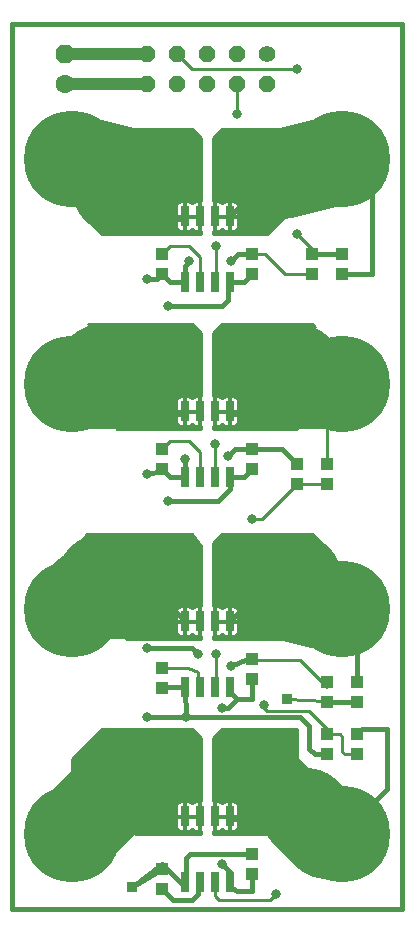
<source format=gtl>
G75*
G70*
%OFA0B0*%
%FSLAX24Y24*%
%IPPOS*%
%LPD*%
%AMOC8*
5,1,8,0,0,1.08239X$1,22.5*
%
%ADD10C,0.0160*%
%ADD11R,0.0256X0.0689*%
%ADD12C,0.3200*%
%ADD13R,0.0394X0.0433*%
%ADD14R,0.0433X0.0394*%
%ADD15C,0.0560*%
%ADD16OC8,0.0560*%
%ADD17OC8,0.0630*%
%ADD18C,0.0630*%
%ADD19C,0.0317*%
%ADD20C,0.0100*%
%ADD21C,0.0400*%
%ADD22R,0.0317X0.0317*%
%ADD23C,0.3000*%
D10*
X000242Y000181D02*
X013242Y000181D01*
X013242Y029681D01*
X000242Y029681D01*
X000242Y000181D01*
X004242Y000931D02*
X005242Y001681D01*
X005990Y000929D01*
X005990Y001079D01*
X006042Y001131D01*
X006042Y001881D01*
X006177Y002016D01*
X008242Y002016D01*
X008242Y001347D02*
X008242Y000781D01*
X007742Y000781D01*
X007490Y000933D01*
X007490Y001079D01*
X007490Y001433D01*
X007242Y001681D01*
X007592Y003181D02*
X007490Y003284D01*
X007592Y003181D02*
X010242Y003181D01*
X010042Y003381D02*
X010342Y003681D01*
X012242Y003681D01*
X012742Y004181D01*
X012742Y006181D01*
X011907Y006181D01*
X011884Y006179D01*
X011861Y006174D01*
X011838Y006166D01*
X011818Y006155D01*
X011799Y006141D01*
X011782Y006124D01*
X011768Y006105D01*
X011757Y006085D01*
X011749Y006062D01*
X011744Y006039D01*
X011742Y006016D01*
X011742Y007097D02*
X010742Y007097D01*
X010142Y006281D02*
X009842Y006581D01*
X006042Y006581D01*
X005990Y007579D01*
X005510Y007579D01*
X005242Y007547D01*
X004742Y006581D02*
X006042Y006581D01*
X006490Y007579D02*
X006442Y007627D01*
X006442Y008681D02*
X006242Y008881D01*
X004742Y008881D01*
X005990Y009784D02*
X005092Y010681D01*
X004242Y010681D01*
X005442Y013781D02*
X007092Y013781D01*
X007492Y014181D01*
X007492Y014577D01*
X007490Y014579D02*
X007974Y014579D01*
X008242Y014847D01*
X008242Y015516D02*
X007677Y015516D01*
X007442Y015281D01*
X008242Y015516D02*
X009242Y015516D01*
X009742Y015016D01*
X008242Y016681D02*
X009242Y017681D01*
X008242Y016681D02*
X007592Y016681D01*
X007490Y016784D01*
X005990Y016784D02*
X005888Y016681D01*
X004242Y016681D01*
X003742Y017181D01*
X003742Y017681D01*
X004742Y014681D02*
X005242Y014781D01*
X005242Y014847D02*
X005510Y014579D01*
X005990Y014579D01*
X005992Y014581D02*
X005992Y015181D01*
X005442Y020281D02*
X007242Y020281D01*
X007442Y020481D01*
X007442Y021031D01*
X007490Y021079D02*
X007974Y021079D01*
X008242Y021347D01*
X008242Y022016D02*
X007777Y022016D01*
X007542Y021781D01*
X007490Y023284D02*
X008888Y024681D01*
X009242Y024681D01*
X010242Y022016D02*
X011242Y022016D01*
X011242Y021347D02*
X012242Y021347D01*
X012242Y024181D01*
X011242Y025181D01*
X006142Y021781D02*
X005990Y021629D01*
X005990Y021079D01*
X005510Y021079D01*
X005242Y021347D01*
X005077Y021181D02*
X004742Y021181D01*
X004742Y023181D02*
X003742Y024181D01*
X004742Y023181D02*
X005888Y023181D01*
X005990Y023284D01*
X009830Y010534D02*
X009830Y010270D01*
X009742Y010181D01*
X007888Y010181D01*
X007490Y009784D01*
X008077Y008516D02*
X007542Y008281D01*
X007490Y007579D02*
X007490Y007433D01*
X007742Y007181D01*
X007442Y006881D01*
X007242Y006881D01*
X007742Y007181D02*
X008242Y007181D01*
X008242Y007847D01*
X010142Y006281D02*
X010142Y005531D01*
X010327Y005347D01*
X010742Y005347D01*
X011742Y007766D02*
X011742Y009681D01*
X011242Y009681D01*
X011242Y010181D01*
X006442Y001031D02*
X006442Y000681D01*
X006242Y000481D01*
X005607Y000481D01*
X005242Y000847D01*
X005242Y001516D02*
X004242Y000931D01*
D11*
X005990Y001079D03*
X006490Y001079D03*
X006990Y001079D03*
X007490Y001079D03*
X007490Y003284D03*
X006990Y003284D03*
X006490Y003284D03*
X005990Y003284D03*
X005990Y007579D03*
X006490Y007579D03*
X006990Y007579D03*
X007490Y007579D03*
X007490Y009784D03*
X006990Y009784D03*
X006490Y009784D03*
X005990Y009784D03*
X005990Y014579D03*
X006490Y014579D03*
X006990Y014579D03*
X007490Y014579D03*
X007490Y016784D03*
X006990Y016784D03*
X006490Y016784D03*
X005990Y016784D03*
X005990Y021079D03*
X006490Y021079D03*
X006990Y021079D03*
X007490Y021079D03*
X007490Y023284D03*
X006990Y023284D03*
X006490Y023284D03*
X005990Y023284D03*
D12*
X002242Y025181D03*
X002242Y017681D03*
X002242Y010181D03*
X002242Y002681D03*
X011242Y002681D03*
X011242Y010181D03*
X011242Y017681D03*
X011242Y025181D03*
D13*
X008242Y022016D03*
X008242Y021347D03*
X008242Y015516D03*
X008242Y014847D03*
X008242Y008516D03*
X008242Y007847D03*
X008242Y002016D03*
X008242Y001347D03*
X005242Y001516D03*
X005242Y000847D03*
X005242Y007547D03*
X005242Y008216D03*
X005242Y014847D03*
X005242Y015516D03*
X005242Y021347D03*
X005242Y022016D03*
D14*
X009742Y015016D03*
X009742Y014347D03*
X010742Y014347D03*
X010742Y015016D03*
X010242Y021347D03*
X010242Y022016D03*
X011242Y022016D03*
X011242Y021347D03*
X010742Y007766D03*
X010742Y007097D03*
X010742Y006016D03*
X010742Y005347D03*
X011742Y005347D03*
X011742Y006016D03*
X011742Y007097D03*
X011742Y007766D03*
D15*
X008742Y028681D03*
D16*
X008742Y027681D03*
X007742Y027681D03*
X007742Y028681D03*
X006742Y028681D03*
X006742Y027681D03*
X005742Y027681D03*
X005742Y028681D03*
X004742Y028681D03*
X004742Y027681D03*
D17*
X001992Y028681D03*
D18*
X001992Y027681D03*
D19*
X004742Y021181D03*
X005442Y020281D03*
X006142Y021781D03*
X007042Y022281D03*
X007542Y021781D03*
X007742Y026681D03*
X009742Y028181D03*
X009742Y022681D03*
X006992Y015681D03*
X007442Y015281D03*
X008242Y013181D03*
X007042Y008681D03*
X007542Y008281D03*
X007242Y006881D03*
X006442Y008681D03*
X006042Y006581D03*
X004742Y006581D03*
X004742Y008881D03*
X005442Y013781D03*
X004742Y014681D03*
X005992Y015181D03*
X008642Y006981D03*
X007242Y001681D03*
X009042Y000681D03*
D20*
X008842Y000481D01*
X007142Y000481D01*
X006990Y000633D01*
X006990Y001079D01*
X006490Y001079D02*
X006442Y001031D01*
X006542Y002681D02*
X004345Y002681D01*
X004273Y003226D01*
X004063Y003733D01*
X003729Y004168D01*
X003729Y004168D01*
X003729Y004168D01*
X003293Y004502D01*
X002786Y004712D01*
X002242Y004784D01*
X002242Y005181D01*
X003242Y006181D01*
X006242Y006181D01*
X006542Y005881D01*
X006542Y003778D01*
X006504Y003778D01*
X006504Y003298D01*
X006476Y003298D01*
X006476Y003778D01*
X006342Y003778D01*
X006304Y003768D01*
X006270Y003748D01*
X006242Y003720D01*
X006240Y003717D01*
X006238Y003720D01*
X006210Y003748D01*
X006176Y003768D01*
X006138Y003778D01*
X006004Y003778D01*
X006004Y003298D01*
X005976Y003298D01*
X005976Y003778D01*
X005842Y003778D01*
X005804Y003768D01*
X005770Y003748D01*
X005742Y003720D01*
X005722Y003686D01*
X005712Y003648D01*
X005712Y003298D01*
X005976Y003298D01*
X005976Y003270D01*
X005712Y003270D01*
X005712Y002920D01*
X005722Y002881D01*
X005742Y002847D01*
X005770Y002819D01*
X005804Y002800D01*
X005842Y002789D01*
X005976Y002789D01*
X005976Y003270D01*
X006004Y003270D01*
X006004Y003298D01*
X006268Y003298D01*
X006476Y003298D01*
X006476Y003270D01*
X006268Y003270D01*
X006004Y003270D01*
X006004Y002789D01*
X006138Y002789D01*
X006176Y002800D01*
X006210Y002819D01*
X006238Y002847D01*
X006240Y002851D01*
X006242Y002847D01*
X006270Y002819D01*
X006304Y002800D01*
X006342Y002789D01*
X006476Y002789D01*
X006476Y003270D01*
X006504Y003270D01*
X006504Y002789D01*
X006542Y002789D01*
X006542Y002681D01*
X006542Y002744D02*
X004336Y002744D01*
X004323Y002842D02*
X005747Y002842D01*
X005712Y002941D02*
X004311Y002941D01*
X004298Y003039D02*
X005712Y003039D01*
X005712Y003138D02*
X004285Y003138D01*
X004273Y003226D02*
X004273Y003226D01*
X004269Y003236D02*
X005712Y003236D01*
X005712Y003335D02*
X004228Y003335D01*
X004187Y003433D02*
X005712Y003433D01*
X005712Y003532D02*
X004146Y003532D01*
X004105Y003630D02*
X005712Y003630D01*
X005751Y003729D02*
X004064Y003729D01*
X004063Y003733D02*
X004063Y003733D01*
X003990Y003828D02*
X006542Y003828D01*
X006542Y003926D02*
X003915Y003926D01*
X003839Y004025D02*
X006542Y004025D01*
X006542Y004123D02*
X003763Y004123D01*
X003659Y004222D02*
X006542Y004222D01*
X006542Y004320D02*
X003531Y004320D01*
X003402Y004419D02*
X006542Y004419D01*
X006542Y004517D02*
X003257Y004517D01*
X003293Y004502D02*
X003293Y004502D01*
X003019Y004616D02*
X006542Y004616D01*
X006542Y004714D02*
X002771Y004714D01*
X002786Y004712D02*
X002786Y004712D01*
X002465Y005404D02*
X006542Y005404D01*
X006542Y005306D02*
X002366Y005306D01*
X002268Y005207D02*
X006542Y005207D01*
X006542Y005109D02*
X002242Y005109D01*
X002242Y005010D02*
X006542Y005010D01*
X006542Y004911D02*
X002242Y004911D01*
X002242Y004813D02*
X006542Y004813D01*
X006542Y005503D02*
X002563Y005503D01*
X002662Y005601D02*
X006542Y005601D01*
X006542Y005700D02*
X002760Y005700D01*
X002859Y005798D02*
X006542Y005798D01*
X006526Y005897D02*
X002957Y005897D01*
X003056Y005995D02*
X006428Y005995D01*
X006329Y006094D02*
X003154Y006094D01*
X004042Y009181D02*
X004234Y009623D01*
X004311Y010181D01*
X004234Y010740D01*
X004010Y011256D01*
X003654Y011694D01*
X003194Y012019D01*
X002663Y012207D01*
X002663Y012207D01*
X002293Y012233D01*
X002742Y012681D01*
X006242Y012681D01*
X006542Y012281D01*
X006542Y010278D01*
X006504Y010278D01*
X006504Y009798D01*
X006476Y009798D01*
X006476Y010278D01*
X006342Y010278D01*
X006304Y010268D01*
X006270Y010248D01*
X006242Y010220D01*
X006240Y010217D01*
X006238Y010220D01*
X006210Y010248D01*
X006176Y010268D01*
X006138Y010278D01*
X006004Y010278D01*
X006004Y009798D01*
X005976Y009798D01*
X005976Y010278D01*
X005842Y010278D01*
X005804Y010268D01*
X005770Y010248D01*
X005742Y010220D01*
X005722Y010186D01*
X005712Y010148D01*
X005712Y009798D01*
X005976Y009798D01*
X005976Y009770D01*
X005712Y009770D01*
X005712Y009420D01*
X005722Y009381D01*
X005742Y009347D01*
X005770Y009319D01*
X005804Y009300D01*
X005842Y009289D01*
X005976Y009289D01*
X005976Y009770D01*
X006004Y009770D01*
X006004Y009798D01*
X006212Y009798D01*
X006476Y009798D01*
X006476Y009770D01*
X006212Y009770D01*
X006004Y009770D01*
X006004Y009289D01*
X006138Y009289D01*
X006176Y009300D01*
X006210Y009319D01*
X006238Y009347D01*
X006240Y009351D01*
X006242Y009347D01*
X006270Y009319D01*
X006304Y009300D01*
X006342Y009289D01*
X006476Y009289D01*
X006476Y009770D01*
X006504Y009770D01*
X006504Y009289D01*
X006542Y009289D01*
X006542Y009181D01*
X004042Y009181D01*
X004071Y009247D02*
X006542Y009247D01*
X006504Y009346D02*
X006476Y009346D01*
X006476Y009444D02*
X006504Y009444D01*
X006504Y009543D02*
X006476Y009543D01*
X006476Y009642D02*
X006504Y009642D01*
X006504Y009740D02*
X006476Y009740D01*
X006476Y009839D02*
X006504Y009839D01*
X006504Y009937D02*
X006476Y009937D01*
X006476Y010036D02*
X006504Y010036D01*
X006504Y010134D02*
X006476Y010134D01*
X006476Y010233D02*
X006504Y010233D01*
X006542Y010331D02*
X004290Y010331D01*
X004304Y010233D02*
X005754Y010233D01*
X005712Y010134D02*
X004305Y010134D01*
X004291Y010036D02*
X005712Y010036D01*
X005712Y009937D02*
X004277Y009937D01*
X004264Y009839D02*
X005712Y009839D01*
X005712Y009740D02*
X004250Y009740D01*
X004237Y009642D02*
X005712Y009642D01*
X005712Y009543D02*
X004199Y009543D01*
X004234Y009623D02*
X004234Y009623D01*
X004157Y009444D02*
X005712Y009444D01*
X005743Y009346D02*
X004114Y009346D01*
X004277Y010430D02*
X006542Y010430D01*
X006542Y010528D02*
X004263Y010528D01*
X004250Y010627D02*
X006542Y010627D01*
X006542Y010726D02*
X004236Y010726D01*
X004234Y010740D02*
X004234Y010740D01*
X004198Y010824D02*
X006542Y010824D01*
X006542Y010923D02*
X004155Y010923D01*
X004112Y011021D02*
X006542Y011021D01*
X006542Y011120D02*
X004069Y011120D01*
X004026Y011218D02*
X006542Y011218D01*
X006542Y011317D02*
X003961Y011317D01*
X004010Y011256D02*
X004010Y011256D01*
X003881Y011415D02*
X006542Y011415D01*
X006542Y011514D02*
X003800Y011514D01*
X003720Y011612D02*
X006542Y011612D01*
X006542Y011711D02*
X003630Y011711D01*
X003654Y011694D02*
X003654Y011694D01*
X003490Y011810D02*
X006542Y011810D01*
X006542Y011908D02*
X003350Y011908D01*
X003211Y012007D02*
X006542Y012007D01*
X006542Y012105D02*
X002950Y012105D01*
X003194Y012019D02*
X003194Y012019D01*
X002673Y012204D02*
X006542Y012204D01*
X006526Y012302D02*
X002363Y012302D01*
X002461Y012401D02*
X006452Y012401D01*
X006378Y012499D02*
X002560Y012499D01*
X002658Y012598D02*
X006305Y012598D01*
X006942Y012381D02*
X007242Y012681D01*
X010242Y012681D01*
X010709Y012214D01*
X010698Y012212D01*
X010698Y012212D01*
X010191Y012002D01*
X010191Y012002D01*
X009755Y011668D01*
X009421Y011233D01*
X009421Y011233D01*
X009211Y010726D01*
X009211Y010726D01*
X009139Y010181D01*
X009211Y009637D01*
X009400Y009181D01*
X006942Y009181D01*
X006942Y009289D01*
X006976Y009289D01*
X006976Y009770D01*
X007004Y009770D01*
X007004Y009798D01*
X006976Y009798D01*
X006976Y010278D01*
X006942Y010278D01*
X006942Y012381D01*
X006961Y012401D02*
X010522Y012401D01*
X010424Y012499D02*
X007060Y012499D01*
X007158Y012598D02*
X010325Y012598D01*
X010439Y012105D02*
X006942Y012105D01*
X006942Y012007D02*
X010201Y012007D01*
X010068Y011908D02*
X006942Y011908D01*
X006942Y011810D02*
X009939Y011810D01*
X009811Y011711D02*
X006942Y011711D01*
X006942Y011612D02*
X009712Y011612D01*
X009755Y011668D02*
X009755Y011668D01*
X009755Y011668D01*
X009637Y011514D02*
X006942Y011514D01*
X006942Y011415D02*
X009561Y011415D01*
X009485Y011317D02*
X006942Y011317D01*
X006942Y011218D02*
X009415Y011218D01*
X009374Y011120D02*
X006942Y011120D01*
X006942Y011021D02*
X009333Y011021D01*
X009292Y010923D02*
X006942Y010923D01*
X006942Y010824D02*
X009252Y010824D01*
X009211Y010726D02*
X006942Y010726D01*
X006942Y010627D02*
X009198Y010627D01*
X009185Y010528D02*
X006942Y010528D01*
X006942Y010430D02*
X009172Y010430D01*
X009159Y010331D02*
X006942Y010331D01*
X007004Y010278D02*
X007004Y009798D01*
X007268Y009798D01*
X007476Y009798D01*
X007476Y010278D01*
X007342Y010278D01*
X007304Y010268D01*
X007270Y010248D01*
X007242Y010220D01*
X007240Y010217D01*
X007238Y010220D01*
X007210Y010248D01*
X007176Y010268D01*
X007138Y010278D01*
X007004Y010278D01*
X007004Y010233D02*
X006976Y010233D01*
X006976Y010134D02*
X007004Y010134D01*
X007004Y010036D02*
X006976Y010036D01*
X006976Y009937D02*
X007004Y009937D01*
X007004Y009839D02*
X006976Y009839D01*
X007004Y009770D02*
X007268Y009770D01*
X007476Y009770D01*
X007476Y009798D01*
X007504Y009798D01*
X007504Y010278D01*
X007638Y010278D01*
X007676Y010268D01*
X007710Y010248D01*
X007738Y010220D01*
X007758Y010186D01*
X007768Y010148D01*
X007768Y009798D01*
X007504Y009798D01*
X007504Y009770D01*
X007768Y009770D01*
X007768Y009420D01*
X007758Y009381D01*
X007738Y009347D01*
X007710Y009319D01*
X007676Y009300D01*
X007638Y009289D01*
X007504Y009289D01*
X007504Y009770D01*
X007476Y009770D01*
X007476Y009289D01*
X007342Y009289D01*
X007304Y009300D01*
X007270Y009319D01*
X007242Y009347D01*
X007240Y009351D01*
X007238Y009347D01*
X007210Y009319D01*
X007176Y009300D01*
X007138Y009289D01*
X007004Y009289D01*
X007004Y009770D01*
X007004Y009740D02*
X006976Y009740D01*
X006976Y009642D02*
X007004Y009642D01*
X007004Y009543D02*
X006976Y009543D01*
X006976Y009444D02*
X007004Y009444D01*
X007004Y009346D02*
X006976Y009346D01*
X006942Y009247D02*
X009372Y009247D01*
X009331Y009346D02*
X007737Y009346D01*
X007768Y009444D02*
X009291Y009444D01*
X009250Y009543D02*
X007768Y009543D01*
X007768Y009642D02*
X009210Y009642D01*
X009211Y009637D02*
X009211Y009637D01*
X009197Y009740D02*
X007768Y009740D01*
X007768Y009839D02*
X009184Y009839D01*
X009171Y009937D02*
X007768Y009937D01*
X007768Y010036D02*
X009158Y010036D01*
X009145Y010134D02*
X007768Y010134D01*
X007725Y010233D02*
X009146Y010233D01*
X009139Y010181D02*
X009139Y010181D01*
X009739Y010181D02*
X009746Y010131D01*
X011192Y010131D01*
X011192Y010231D01*
X009746Y010231D01*
X009739Y010181D01*
X009745Y010134D02*
X011192Y010134D01*
X010676Y012204D02*
X006942Y012204D01*
X006942Y012302D02*
X010621Y012302D01*
X010742Y014347D02*
X009742Y014347D01*
X008577Y013181D01*
X008242Y013181D01*
X007492Y014577D02*
X007490Y014579D01*
X006990Y014579D02*
X006990Y015679D01*
X006992Y015681D01*
X006942Y016181D02*
X006942Y016289D01*
X006976Y016289D01*
X006976Y016770D01*
X007004Y016770D01*
X007004Y016798D01*
X006976Y016798D01*
X006976Y017278D01*
X006942Y017278D01*
X006942Y019381D01*
X007242Y019681D01*
X010242Y019681D01*
X010326Y019597D01*
X010173Y019533D01*
X009730Y019194D01*
X009730Y019194D01*
X009730Y019193D01*
X009390Y018751D01*
X009390Y018751D01*
X009176Y018235D01*
X009103Y017681D01*
X009176Y017128D01*
X009390Y016612D01*
X009721Y016181D01*
X006942Y016181D01*
X006942Y016244D02*
X009672Y016244D01*
X009597Y016343D02*
X007733Y016343D01*
X007738Y016347D02*
X007758Y016381D01*
X007768Y016420D01*
X007768Y016770D01*
X007504Y016770D01*
X007504Y016798D01*
X007476Y016798D01*
X007476Y017278D01*
X007342Y017278D01*
X007304Y017268D01*
X007270Y017248D01*
X007242Y017220D01*
X007240Y017217D01*
X007238Y017220D01*
X007210Y017248D01*
X007176Y017268D01*
X007138Y017278D01*
X007004Y017278D01*
X007004Y016798D01*
X007212Y016798D01*
X007476Y016798D01*
X007476Y016770D01*
X007212Y016770D01*
X007004Y016770D01*
X007004Y016289D01*
X007138Y016289D01*
X007176Y016300D01*
X007210Y016319D01*
X007238Y016347D01*
X007240Y016351D01*
X007242Y016347D01*
X007270Y016319D01*
X007304Y016300D01*
X007342Y016289D01*
X007476Y016289D01*
X007476Y016770D01*
X007504Y016770D01*
X007504Y016289D01*
X007638Y016289D01*
X007676Y016300D01*
X007710Y016319D01*
X007738Y016347D01*
X007768Y016441D02*
X009521Y016441D01*
X009446Y016540D02*
X007768Y016540D01*
X007768Y016638D02*
X009379Y016638D01*
X009390Y016612D02*
X009390Y016612D01*
X009338Y016737D02*
X007768Y016737D01*
X007768Y016798D02*
X007768Y017148D01*
X007758Y017186D01*
X007738Y017220D01*
X007710Y017248D01*
X007676Y017268D01*
X007638Y017278D01*
X007504Y017278D01*
X007504Y016798D01*
X007768Y016798D01*
X007768Y016835D02*
X009298Y016835D01*
X009257Y016934D02*
X007768Y016934D01*
X007768Y017032D02*
X009216Y017032D01*
X009176Y017128D02*
X009176Y017128D01*
X009176Y017131D02*
X007768Y017131D01*
X007729Y017229D02*
X009163Y017229D01*
X009150Y017328D02*
X006942Y017328D01*
X006942Y017426D02*
X009137Y017426D01*
X009124Y017525D02*
X006942Y017525D01*
X006942Y017624D02*
X009111Y017624D01*
X009103Y017681D02*
X009103Y017681D01*
X009109Y017722D02*
X006942Y017722D01*
X006942Y017821D02*
X009122Y017821D01*
X009135Y017919D02*
X006942Y017919D01*
X006942Y018018D02*
X009148Y018018D01*
X009161Y018116D02*
X006942Y018116D01*
X006942Y018215D02*
X009174Y018215D01*
X009176Y018235D02*
X009176Y018235D01*
X009209Y018313D02*
X006942Y018313D01*
X006942Y018412D02*
X009250Y018412D01*
X009290Y018510D02*
X006942Y018510D01*
X006942Y018609D02*
X009331Y018609D01*
X009372Y018708D02*
X006942Y018708D01*
X006942Y018806D02*
X009433Y018806D01*
X009508Y018905D02*
X006942Y018905D01*
X006942Y019003D02*
X009584Y019003D01*
X009659Y019102D02*
X006942Y019102D01*
X006942Y019200D02*
X009739Y019200D01*
X009867Y019299D02*
X006942Y019299D01*
X006958Y019397D02*
X009995Y019397D01*
X010124Y019496D02*
X007056Y019496D01*
X007155Y019594D02*
X010320Y019594D01*
X010173Y019533D02*
X010173Y019533D01*
X010242Y021347D02*
X009327Y021347D01*
X008657Y022016D01*
X008242Y022016D01*
X007710Y022819D02*
X007738Y022847D01*
X007758Y022881D01*
X007768Y022920D01*
X007768Y023270D01*
X007504Y023270D01*
X007504Y023298D01*
X007476Y023298D01*
X007476Y023778D01*
X007342Y023778D01*
X007304Y023768D01*
X007270Y023748D01*
X007242Y023720D01*
X007240Y023717D01*
X007238Y023720D01*
X007210Y023748D01*
X007176Y023768D01*
X007138Y023778D01*
X007004Y023778D01*
X007004Y023298D01*
X006976Y023298D01*
X006976Y023778D01*
X006942Y023778D01*
X006942Y025881D01*
X007242Y026181D01*
X009428Y026181D01*
X009326Y026014D01*
X009326Y026014D01*
X009173Y025466D01*
X009173Y025466D01*
X009173Y024897D01*
X009326Y024349D01*
X009622Y023863D01*
X009778Y023717D01*
X008742Y022681D01*
X006942Y022681D01*
X006942Y022789D01*
X006976Y022789D01*
X006976Y023270D01*
X007004Y023270D01*
X007004Y023298D01*
X007268Y023298D01*
X007476Y023298D01*
X007476Y023270D01*
X007268Y023270D01*
X007004Y023270D01*
X007004Y022789D01*
X007138Y022789D01*
X007176Y022800D01*
X007210Y022819D01*
X007238Y022847D01*
X007240Y022851D01*
X007242Y022847D01*
X007270Y022819D01*
X007304Y022800D01*
X007342Y022789D01*
X007476Y022789D01*
X007476Y023270D01*
X007504Y023270D01*
X007504Y022789D01*
X007638Y022789D01*
X007676Y022800D01*
X007710Y022819D01*
X007737Y022846D02*
X008907Y022846D01*
X008808Y022748D02*
X006942Y022748D01*
X006976Y022846D02*
X007004Y022846D01*
X007004Y022945D02*
X006976Y022945D01*
X006976Y023043D02*
X007004Y023043D01*
X007004Y023142D02*
X006976Y023142D01*
X006976Y023241D02*
X007004Y023241D01*
X007004Y023339D02*
X006976Y023339D01*
X006976Y023438D02*
X007004Y023438D01*
X007004Y023536D02*
X006976Y023536D01*
X006976Y023635D02*
X007004Y023635D01*
X007004Y023733D02*
X006976Y023733D01*
X006942Y023832D02*
X009655Y023832D01*
X009622Y023863D02*
X009622Y023863D01*
X009581Y023930D02*
X006942Y023930D01*
X006942Y024029D02*
X009521Y024029D01*
X009461Y024127D02*
X006942Y024127D01*
X006942Y024226D02*
X009401Y024226D01*
X009341Y024325D02*
X006942Y024325D01*
X006942Y024423D02*
X009305Y024423D01*
X009326Y024349D02*
X009326Y024349D01*
X009278Y024522D02*
X006942Y024522D01*
X006942Y024620D02*
X009250Y024620D01*
X009222Y024719D02*
X006942Y024719D01*
X006942Y024817D02*
X009195Y024817D01*
X009173Y024897D02*
X009173Y024897D01*
X009173Y024916D02*
X006942Y024916D01*
X006942Y025014D02*
X009173Y025014D01*
X009173Y025113D02*
X006942Y025113D01*
X006942Y025211D02*
X009173Y025211D01*
X009173Y025310D02*
X006942Y025310D01*
X006942Y025409D02*
X009173Y025409D01*
X009184Y025507D02*
X006942Y025507D01*
X006942Y025606D02*
X009212Y025606D01*
X009239Y025704D02*
X006942Y025704D01*
X006942Y025803D02*
X009267Y025803D01*
X009295Y025901D02*
X006962Y025901D01*
X007060Y026000D02*
X009322Y026000D01*
X009378Y026098D02*
X007159Y026098D01*
X006542Y025881D02*
X006542Y023778D01*
X006504Y023778D01*
X006504Y023298D01*
X006476Y023298D01*
X006476Y023778D01*
X006342Y023778D01*
X006304Y023768D01*
X006270Y023748D01*
X006242Y023720D01*
X006240Y023717D01*
X006238Y023720D01*
X006210Y023748D01*
X006176Y023768D01*
X006138Y023778D01*
X006004Y023778D01*
X006004Y023298D01*
X005976Y023298D01*
X005976Y023778D01*
X005842Y023778D01*
X005804Y023768D01*
X005770Y023748D01*
X005742Y023720D01*
X005722Y023686D01*
X005712Y023648D01*
X005712Y023298D01*
X005976Y023298D01*
X005976Y023270D01*
X005712Y023270D01*
X005712Y022920D01*
X005722Y022881D01*
X005742Y022847D01*
X005770Y022819D01*
X005804Y022800D01*
X005842Y022789D01*
X005976Y022789D01*
X005976Y023270D01*
X006004Y023270D01*
X006004Y023298D01*
X006212Y023298D01*
X006476Y023298D01*
X006476Y023270D01*
X006212Y023270D01*
X006004Y023270D01*
X006004Y022789D01*
X006138Y022789D01*
X006176Y022800D01*
X006210Y022819D01*
X006238Y022847D01*
X006240Y022851D01*
X006242Y022847D01*
X006270Y022819D01*
X006304Y022800D01*
X006342Y022789D01*
X006476Y022789D01*
X006476Y023270D01*
X006504Y023270D01*
X006504Y022789D01*
X006542Y022789D01*
X006542Y022681D01*
X003242Y022681D01*
X002804Y023119D01*
X003311Y023329D01*
X003754Y023669D01*
X003754Y023669D01*
X004094Y024112D01*
X004094Y024112D01*
X004307Y024628D01*
X004380Y025181D01*
X004307Y025735D01*
X004122Y026181D01*
X006242Y026181D01*
X006542Y025881D01*
X006522Y025901D02*
X004239Y025901D01*
X004279Y025803D02*
X006542Y025803D01*
X006542Y025704D02*
X004311Y025704D01*
X004307Y025735D02*
X004307Y025735D01*
X004324Y025606D02*
X006542Y025606D01*
X006542Y025507D02*
X004337Y025507D01*
X004350Y025409D02*
X006542Y025409D01*
X006542Y025310D02*
X004363Y025310D01*
X004376Y025211D02*
X006542Y025211D01*
X006542Y025113D02*
X004371Y025113D01*
X004358Y025014D02*
X006542Y025014D01*
X006542Y024916D02*
X004345Y024916D01*
X004332Y024817D02*
X006542Y024817D01*
X006542Y024719D02*
X004319Y024719D01*
X004307Y024628D02*
X004307Y024628D01*
X004304Y024620D02*
X006542Y024620D01*
X006542Y024522D02*
X004263Y024522D01*
X004223Y024423D02*
X006542Y024423D01*
X006542Y024325D02*
X004182Y024325D01*
X004141Y024226D02*
X006542Y024226D01*
X006542Y024127D02*
X004100Y024127D01*
X004030Y024029D02*
X006542Y024029D01*
X006542Y023930D02*
X003954Y023930D01*
X003879Y023832D02*
X006542Y023832D01*
X006504Y023733D02*
X006476Y023733D01*
X006476Y023635D02*
X006504Y023635D01*
X006504Y023536D02*
X006476Y023536D01*
X006476Y023438D02*
X006504Y023438D01*
X006504Y023339D02*
X006476Y023339D01*
X006476Y023241D02*
X006504Y023241D01*
X006504Y023142D02*
X006476Y023142D01*
X006476Y023043D02*
X006504Y023043D01*
X006504Y022945D02*
X006476Y022945D01*
X006476Y022846D02*
X006504Y022846D01*
X006542Y022748D02*
X003175Y022748D01*
X003077Y022846D02*
X005743Y022846D01*
X005712Y022945D02*
X002978Y022945D01*
X002880Y023043D02*
X005712Y023043D01*
X005712Y023142D02*
X002859Y023142D01*
X003096Y023241D02*
X005712Y023241D01*
X005712Y023339D02*
X003324Y023339D01*
X003311Y023329D02*
X003311Y023329D01*
X003452Y023438D02*
X005712Y023438D01*
X005712Y023536D02*
X003580Y023536D01*
X003709Y023635D02*
X005712Y023635D01*
X005755Y023733D02*
X003803Y023733D01*
X004198Y026000D02*
X006424Y026000D01*
X006325Y026098D02*
X004157Y026098D01*
X006242Y028181D02*
X005742Y028681D01*
X006242Y028181D02*
X009742Y028181D01*
X009761Y023733D02*
X007725Y023733D01*
X007738Y023720D02*
X007710Y023748D01*
X007676Y023768D01*
X007638Y023778D01*
X007504Y023778D01*
X007504Y023298D01*
X007768Y023298D01*
X007768Y023648D01*
X007758Y023686D01*
X007738Y023720D01*
X007768Y023635D02*
X009695Y023635D01*
X009597Y023536D02*
X007768Y023536D01*
X007768Y023438D02*
X009498Y023438D01*
X009400Y023339D02*
X007768Y023339D01*
X007768Y023241D02*
X009301Y023241D01*
X009202Y023142D02*
X007768Y023142D01*
X007768Y023043D02*
X009104Y023043D01*
X009005Y022945D02*
X007768Y022945D01*
X007504Y022945D02*
X007476Y022945D01*
X007476Y023043D02*
X007504Y023043D01*
X007504Y023142D02*
X007476Y023142D01*
X007476Y023241D02*
X007504Y023241D01*
X007504Y023339D02*
X007476Y023339D01*
X007476Y023438D02*
X007504Y023438D01*
X007504Y023536D02*
X007476Y023536D01*
X007476Y023635D02*
X007504Y023635D01*
X007504Y023733D02*
X007476Y023733D01*
X007255Y023733D02*
X007225Y023733D01*
X007237Y022846D02*
X007243Y022846D01*
X007476Y022846D02*
X007504Y022846D01*
X007042Y022281D02*
X007042Y021131D01*
X006990Y021079D01*
X006490Y021079D02*
X006490Y021933D01*
X006142Y022281D01*
X005507Y022281D01*
X005242Y022016D01*
X005242Y021347D02*
X005077Y021181D01*
X005976Y022846D02*
X006004Y022846D01*
X006004Y022945D02*
X005976Y022945D01*
X005976Y023043D02*
X006004Y023043D01*
X006004Y023142D02*
X005976Y023142D01*
X005976Y023241D02*
X006004Y023241D01*
X006004Y023339D02*
X005976Y023339D01*
X005976Y023438D02*
X006004Y023438D01*
X006004Y023536D02*
X005976Y023536D01*
X005976Y023635D02*
X006004Y023635D01*
X006004Y023733D02*
X005976Y023733D01*
X006225Y023733D02*
X006255Y023733D01*
X006237Y022846D02*
X006243Y022846D01*
X007490Y021079D02*
X007442Y021031D01*
X006242Y019681D02*
X006542Y019381D01*
X006542Y017278D01*
X006504Y017278D01*
X006504Y016798D01*
X006476Y016798D01*
X006476Y017278D01*
X006342Y017278D01*
X006304Y017268D01*
X006270Y017248D01*
X006242Y017220D01*
X006240Y017217D01*
X006238Y017220D01*
X006210Y017248D01*
X006176Y017268D01*
X006138Y017278D01*
X006004Y017278D01*
X006004Y016798D01*
X005976Y016798D01*
X005976Y017278D01*
X005842Y017278D01*
X005804Y017268D01*
X005770Y017248D01*
X005742Y017220D01*
X005722Y017186D01*
X005712Y017148D01*
X005712Y016798D01*
X005976Y016798D01*
X005976Y016770D01*
X005712Y016770D01*
X005712Y016420D01*
X005722Y016381D01*
X005742Y016347D01*
X005770Y016319D01*
X005804Y016300D01*
X005842Y016289D01*
X005976Y016289D01*
X005976Y016770D01*
X006004Y016770D01*
X006004Y016798D01*
X006268Y016798D01*
X006476Y016798D01*
X006476Y016770D01*
X006268Y016770D01*
X006004Y016770D01*
X006004Y016289D01*
X006138Y016289D01*
X006176Y016300D01*
X006210Y016319D01*
X006238Y016347D01*
X006240Y016351D01*
X006242Y016347D01*
X006270Y016319D01*
X006304Y016300D01*
X006342Y016289D01*
X006476Y016289D01*
X006476Y016770D01*
X006504Y016770D01*
X006504Y016289D01*
X006542Y016289D01*
X006542Y016181D01*
X003742Y016181D01*
X003707Y016216D01*
X004019Y016600D01*
X004019Y016600D01*
X004245Y017120D01*
X004245Y017120D01*
X004322Y017681D01*
X004245Y018243D01*
X004019Y018762D01*
X004019Y018762D01*
X003662Y019202D01*
X003662Y019202D01*
X003199Y019529D01*
X002769Y019681D01*
X006242Y019681D01*
X006329Y019594D02*
X003014Y019594D01*
X003199Y019529D02*
X003199Y019529D01*
X003245Y019496D02*
X006427Y019496D01*
X006526Y019397D02*
X003385Y019397D01*
X003524Y019299D02*
X006542Y019299D01*
X006542Y019200D02*
X003663Y019200D01*
X003743Y019102D02*
X006542Y019102D01*
X006542Y019003D02*
X003824Y019003D01*
X003904Y018905D02*
X006542Y018905D01*
X006542Y018806D02*
X003984Y018806D01*
X004043Y018708D02*
X006542Y018708D01*
X006542Y018609D02*
X004086Y018609D01*
X004129Y018510D02*
X006542Y018510D01*
X006542Y018412D02*
X004172Y018412D01*
X004214Y018313D02*
X006542Y018313D01*
X006542Y018215D02*
X004249Y018215D01*
X004245Y018243D02*
X004245Y018243D01*
X004263Y018116D02*
X006542Y018116D01*
X006542Y018018D02*
X004276Y018018D01*
X004290Y017919D02*
X006542Y017919D01*
X006542Y017821D02*
X004303Y017821D01*
X004317Y017722D02*
X006542Y017722D01*
X006542Y017624D02*
X004314Y017624D01*
X004301Y017525D02*
X006542Y017525D01*
X006542Y017426D02*
X004287Y017426D01*
X004274Y017328D02*
X006542Y017328D01*
X006504Y017229D02*
X006476Y017229D01*
X006476Y017131D02*
X006504Y017131D01*
X006504Y017032D02*
X006476Y017032D01*
X006476Y016934D02*
X006504Y016934D01*
X006504Y016835D02*
X006476Y016835D01*
X006476Y016737D02*
X006504Y016737D01*
X006504Y016638D02*
X006476Y016638D01*
X006476Y016540D02*
X006504Y016540D01*
X006504Y016441D02*
X006476Y016441D01*
X006476Y016343D02*
X006504Y016343D01*
X006542Y016244D02*
X003729Y016244D01*
X003810Y016343D02*
X005747Y016343D01*
X005712Y016441D02*
X003890Y016441D01*
X003970Y016540D02*
X005712Y016540D01*
X005712Y016638D02*
X004036Y016638D01*
X004079Y016737D02*
X005712Y016737D01*
X005712Y016835D02*
X004121Y016835D01*
X004164Y016934D02*
X005712Y016934D01*
X005712Y017032D02*
X004207Y017032D01*
X004247Y017131D02*
X005712Y017131D01*
X005751Y017229D02*
X004260Y017229D01*
X005507Y015781D02*
X005242Y015516D01*
X005507Y015781D02*
X006142Y015781D01*
X006490Y015433D01*
X006490Y014579D01*
X005992Y014581D02*
X005990Y014579D01*
X005242Y014781D02*
X005242Y014847D01*
X005976Y016343D02*
X006004Y016343D01*
X006004Y016441D02*
X005976Y016441D01*
X005976Y016540D02*
X006004Y016540D01*
X006004Y016638D02*
X005976Y016638D01*
X005976Y016737D02*
X006004Y016737D01*
X006004Y016835D02*
X005976Y016835D01*
X005976Y016934D02*
X006004Y016934D01*
X006004Y017032D02*
X005976Y017032D01*
X005976Y017131D02*
X006004Y017131D01*
X006004Y017229D02*
X005976Y017229D01*
X006229Y017229D02*
X006251Y017229D01*
X006233Y016343D02*
X006247Y016343D01*
X006976Y016343D02*
X007004Y016343D01*
X007004Y016441D02*
X006976Y016441D01*
X006976Y016540D02*
X007004Y016540D01*
X007004Y016638D02*
X006976Y016638D01*
X006976Y016737D02*
X007004Y016737D01*
X007004Y016835D02*
X006976Y016835D01*
X006976Y016934D02*
X007004Y016934D01*
X007004Y017032D02*
X006976Y017032D01*
X006976Y017131D02*
X007004Y017131D01*
X007004Y017229D02*
X006976Y017229D01*
X007229Y017229D02*
X007251Y017229D01*
X007476Y017229D02*
X007504Y017229D01*
X007504Y017131D02*
X007476Y017131D01*
X007476Y017032D02*
X007504Y017032D01*
X007504Y016934D02*
X007476Y016934D01*
X007476Y016835D02*
X007504Y016835D01*
X007504Y016737D02*
X007476Y016737D01*
X007476Y016638D02*
X007504Y016638D01*
X007504Y016540D02*
X007476Y016540D01*
X007476Y016441D02*
X007504Y016441D01*
X007504Y016343D02*
X007476Y016343D01*
X007247Y016343D02*
X007233Y016343D01*
X007225Y010233D02*
X007254Y010233D01*
X007476Y010233D02*
X007504Y010233D01*
X007504Y010134D02*
X007476Y010134D01*
X007476Y010036D02*
X007504Y010036D01*
X007504Y009937D02*
X007476Y009937D01*
X007476Y009839D02*
X007504Y009839D01*
X007504Y009740D02*
X007476Y009740D01*
X007476Y009642D02*
X007504Y009642D01*
X007504Y009543D02*
X007476Y009543D01*
X007476Y009444D02*
X007504Y009444D01*
X007504Y009346D02*
X007476Y009346D01*
X007243Y009346D02*
X007237Y009346D01*
X007042Y008681D02*
X007042Y007631D01*
X006990Y007579D01*
X006442Y007627D02*
X006442Y008081D01*
X006107Y008216D01*
X005242Y008216D01*
X005976Y009346D02*
X006004Y009346D01*
X006004Y009444D02*
X005976Y009444D01*
X005976Y009543D02*
X006004Y009543D01*
X006004Y009642D02*
X005976Y009642D01*
X005976Y009740D02*
X006004Y009740D01*
X006004Y009839D02*
X005976Y009839D01*
X005976Y009937D02*
X006004Y009937D01*
X006004Y010036D02*
X005976Y010036D01*
X005976Y010134D02*
X006004Y010134D01*
X006004Y010233D02*
X005976Y010233D01*
X006225Y010233D02*
X006254Y010233D01*
X006237Y009346D02*
X006243Y009346D01*
X007242Y006181D02*
X009742Y006181D01*
X009742Y005181D01*
X010242Y004681D01*
X010736Y004681D01*
X010545Y004642D01*
X010042Y004381D01*
X009628Y003994D01*
X009334Y003510D01*
X009181Y002965D01*
X009181Y002965D01*
X009181Y002681D01*
X006942Y002681D01*
X006942Y002789D01*
X006976Y002789D01*
X006976Y003270D01*
X007004Y003270D01*
X007004Y003298D01*
X006976Y003298D01*
X006976Y003778D01*
X006942Y003778D01*
X006942Y005881D01*
X007242Y006181D01*
X007154Y006094D02*
X009742Y006094D01*
X009742Y005995D02*
X007056Y005995D01*
X006957Y005897D02*
X009742Y005897D01*
X009742Y005798D02*
X006942Y005798D01*
X006942Y005700D02*
X009742Y005700D01*
X009742Y005601D02*
X006942Y005601D01*
X006942Y005503D02*
X009742Y005503D01*
X009742Y005404D02*
X006942Y005404D01*
X006942Y005306D02*
X009742Y005306D01*
X009742Y005207D02*
X006942Y005207D01*
X006942Y005109D02*
X009815Y005109D01*
X009913Y005010D02*
X006942Y005010D01*
X006942Y004911D02*
X010012Y004911D01*
X010110Y004813D02*
X006942Y004813D01*
X006942Y004714D02*
X010209Y004714D01*
X010305Y004517D02*
X006942Y004517D01*
X006942Y004419D02*
X010115Y004419D01*
X010042Y004381D02*
X010042Y004381D01*
X009977Y004320D02*
X006942Y004320D01*
X006942Y004222D02*
X009872Y004222D01*
X009766Y004123D02*
X006942Y004123D01*
X006942Y004025D02*
X009661Y004025D01*
X009628Y003994D02*
X009628Y003994D01*
X009587Y003926D02*
X006942Y003926D01*
X006942Y003828D02*
X009527Y003828D01*
X009467Y003729D02*
X007729Y003729D01*
X007738Y003720D02*
X007710Y003748D01*
X007676Y003768D01*
X007638Y003778D01*
X007504Y003778D01*
X007504Y003298D01*
X007476Y003298D01*
X007476Y003778D01*
X007342Y003778D01*
X007304Y003768D01*
X007270Y003748D01*
X007242Y003720D01*
X007240Y003717D01*
X007238Y003720D01*
X007210Y003748D01*
X007176Y003768D01*
X007138Y003778D01*
X007004Y003778D01*
X007004Y003298D01*
X007212Y003298D01*
X007476Y003298D01*
X007476Y003270D01*
X007212Y003270D01*
X007004Y003270D01*
X007004Y002789D01*
X007138Y002789D01*
X007176Y002800D01*
X007210Y002819D01*
X007238Y002847D01*
X007240Y002851D01*
X007242Y002847D01*
X007270Y002819D01*
X007304Y002800D01*
X007342Y002789D01*
X007476Y002789D01*
X007476Y003270D01*
X007504Y003270D01*
X007504Y003298D01*
X007768Y003298D01*
X007768Y003648D01*
X007758Y003686D01*
X007738Y003720D01*
X007768Y003630D02*
X009407Y003630D01*
X009347Y003532D02*
X007768Y003532D01*
X007768Y003433D02*
X009312Y003433D01*
X009334Y003510D02*
X009334Y003510D01*
X009285Y003335D02*
X007768Y003335D01*
X007768Y003270D02*
X007768Y002920D01*
X007758Y002881D01*
X007738Y002847D01*
X007710Y002819D01*
X007676Y002800D01*
X007638Y002789D01*
X007504Y002789D01*
X007504Y003270D01*
X007768Y003270D01*
X007768Y003236D02*
X009257Y003236D01*
X009229Y003138D02*
X007768Y003138D01*
X007768Y003039D02*
X009202Y003039D01*
X009181Y002941D02*
X007768Y002941D01*
X007733Y002842D02*
X009181Y002842D01*
X009181Y002744D02*
X006942Y002744D01*
X006976Y002842D02*
X007004Y002842D01*
X007004Y002941D02*
X006976Y002941D01*
X006976Y003039D02*
X007004Y003039D01*
X007004Y003138D02*
X006976Y003138D01*
X006976Y003236D02*
X007004Y003236D01*
X007004Y003335D02*
X006976Y003335D01*
X006976Y003433D02*
X007004Y003433D01*
X007004Y003532D02*
X006976Y003532D01*
X006976Y003630D02*
X007004Y003630D01*
X007004Y003729D02*
X006976Y003729D01*
X007229Y003729D02*
X007251Y003729D01*
X007476Y003729D02*
X007504Y003729D01*
X007504Y003630D02*
X007476Y003630D01*
X007476Y003532D02*
X007504Y003532D01*
X007504Y003433D02*
X007476Y003433D01*
X007476Y003335D02*
X007504Y003335D01*
X007504Y003236D02*
X007476Y003236D01*
X007476Y003138D02*
X007504Y003138D01*
X007504Y003039D02*
X007476Y003039D01*
X007476Y002941D02*
X007504Y002941D01*
X007504Y002842D02*
X007476Y002842D01*
X007247Y002842D02*
X007233Y002842D01*
X006504Y002842D02*
X006476Y002842D01*
X006476Y002941D02*
X006504Y002941D01*
X006504Y003039D02*
X006476Y003039D01*
X006476Y003138D02*
X006504Y003138D01*
X006504Y003236D02*
X006476Y003236D01*
X006476Y003335D02*
X006504Y003335D01*
X006504Y003433D02*
X006476Y003433D01*
X006476Y003532D02*
X006504Y003532D01*
X006504Y003630D02*
X006476Y003630D01*
X006476Y003729D02*
X006504Y003729D01*
X006251Y003729D02*
X006229Y003729D01*
X006004Y003729D02*
X005976Y003729D01*
X005976Y003630D02*
X006004Y003630D01*
X006004Y003532D02*
X005976Y003532D01*
X005976Y003433D02*
X006004Y003433D01*
X006004Y003335D02*
X005976Y003335D01*
X005976Y003236D02*
X006004Y003236D01*
X006004Y003138D02*
X005976Y003138D01*
X005976Y003039D02*
X006004Y003039D01*
X006004Y002941D02*
X005976Y002941D01*
X005976Y002842D02*
X006004Y002842D01*
X006233Y002842D02*
X006247Y002842D01*
X006942Y004616D02*
X010495Y004616D01*
X010545Y004642D02*
X010545Y004642D01*
X010742Y006016D02*
X010742Y006181D01*
X010142Y006781D01*
X008742Y006781D01*
X008642Y006881D01*
X008642Y006981D01*
X008277Y008481D02*
X008242Y008516D01*
X008077Y008516D01*
X008277Y008481D02*
X009842Y008481D01*
X010742Y007581D01*
X010742Y007766D01*
X010677Y007116D02*
X009392Y007181D01*
X010677Y007116D02*
X010742Y007097D01*
X010742Y006016D02*
X011157Y006016D01*
X011242Y005931D01*
X011242Y005431D01*
X011327Y005347D01*
X011742Y005347D01*
X011192Y002731D02*
X011192Y002681D01*
X009775Y002681D01*
X009775Y002731D01*
X011192Y002731D01*
X010742Y015016D02*
X010742Y017181D01*
X011242Y017681D01*
X010242Y022016D02*
X010242Y022181D01*
X009742Y022681D01*
X007742Y026681D02*
X007742Y027681D01*
D21*
X004742Y027681D02*
X001992Y027681D01*
X001992Y028681D02*
X004742Y028681D01*
D22*
X009392Y007181D03*
X004242Y000931D03*
D23*
X002242Y002681D02*
X004242Y004681D01*
X002242Y010181D02*
X002742Y010681D01*
X004242Y010681D01*
X003742Y011181D01*
X003242Y011181D01*
X003742Y017681D02*
X002242Y017681D01*
X003242Y018181D02*
X003742Y017681D01*
X003742Y024181D02*
X004242Y024681D01*
X002242Y025181D01*
X009242Y024681D02*
X011242Y025181D01*
X009742Y018181D02*
X009242Y017681D01*
X011242Y017681D01*
X009742Y011181D02*
X009242Y010681D01*
X009830Y010534D01*
X011242Y010181D01*
X010042Y003381D02*
X010242Y003181D01*
X010742Y002681D01*
X011242Y002681D01*
M02*

</source>
